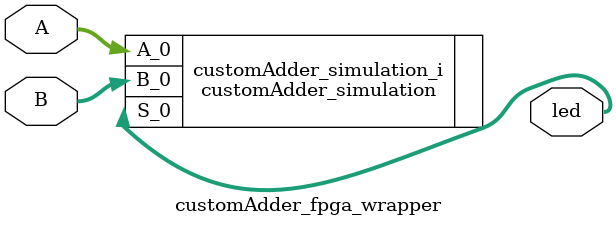
<source format=v>
`timescale 1ns / 1ps


module customAdder_fpga_wrapper
   (A,
    B,
    led
    );
  input [7:0]A;
  input [7:0]B;
  output [8:0]led; 
  
  
  wire [7:0]A;
  wire [7:0]B;
  wire [8:0]S;

  //Since there isn't a difference in the clocking blocks like in the Xilinx IP, 
  // the simulation block design can also be used to deploy to the FPGA 
  customAdder_simulation customAdder_simulation_i
       (.A_0(A),
        .B_0(B),
        .S_0(led));
endmodule

</source>
